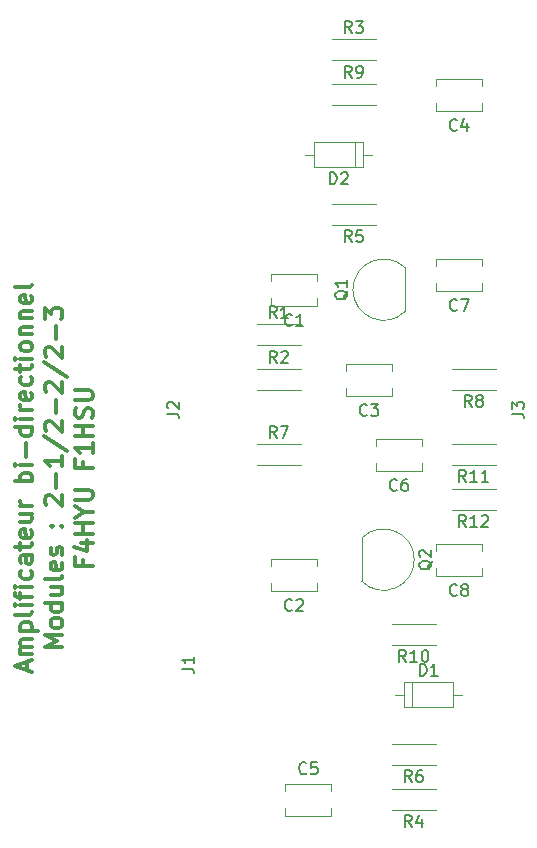
<source format=gbr>
G04 #@! TF.FileFunction,Legend,Top*
%FSLAX46Y46*%
G04 Gerber Fmt 4.6, Leading zero omitted, Abs format (unit mm)*
G04 Created by KiCad (PCBNEW 4.0.7) date 02/19/18 19:04:24*
%MOMM*%
%LPD*%
G01*
G04 APERTURE LIST*
%ADD10C,0.100000*%
%ADD11C,0.300000*%
%ADD12C,0.120000*%
%ADD13C,0.150000*%
G04 APERTURE END LIST*
D10*
D11*
X72700000Y-131285714D02*
X72700000Y-130571428D01*
X73128571Y-131428571D02*
X71628571Y-130928571D01*
X73128571Y-130428571D01*
X73128571Y-129928571D02*
X72128571Y-129928571D01*
X72271429Y-129928571D02*
X72200000Y-129857143D01*
X72128571Y-129714285D01*
X72128571Y-129500000D01*
X72200000Y-129357143D01*
X72342857Y-129285714D01*
X73128571Y-129285714D01*
X72342857Y-129285714D02*
X72200000Y-129214285D01*
X72128571Y-129071428D01*
X72128571Y-128857143D01*
X72200000Y-128714285D01*
X72342857Y-128642857D01*
X73128571Y-128642857D01*
X72128571Y-127928571D02*
X73628571Y-127928571D01*
X72200000Y-127928571D02*
X72128571Y-127785714D01*
X72128571Y-127500000D01*
X72200000Y-127357143D01*
X72271429Y-127285714D01*
X72414286Y-127214285D01*
X72842857Y-127214285D01*
X72985714Y-127285714D01*
X73057143Y-127357143D01*
X73128571Y-127500000D01*
X73128571Y-127785714D01*
X73057143Y-127928571D01*
X73128571Y-126357142D02*
X73057143Y-126500000D01*
X72914286Y-126571428D01*
X71628571Y-126571428D01*
X73128571Y-125785714D02*
X72128571Y-125785714D01*
X71628571Y-125785714D02*
X71700000Y-125857143D01*
X71771429Y-125785714D01*
X71700000Y-125714286D01*
X71628571Y-125785714D01*
X71771429Y-125785714D01*
X72128571Y-125285714D02*
X72128571Y-124714285D01*
X73128571Y-125071428D02*
X71842857Y-125071428D01*
X71700000Y-125000000D01*
X71628571Y-124857142D01*
X71628571Y-124714285D01*
X73128571Y-124214285D02*
X72128571Y-124214285D01*
X71628571Y-124214285D02*
X71700000Y-124285714D01*
X71771429Y-124214285D01*
X71700000Y-124142857D01*
X71628571Y-124214285D01*
X71771429Y-124214285D01*
X73057143Y-122857142D02*
X73128571Y-122999999D01*
X73128571Y-123285713D01*
X73057143Y-123428571D01*
X72985714Y-123499999D01*
X72842857Y-123571428D01*
X72414286Y-123571428D01*
X72271429Y-123499999D01*
X72200000Y-123428571D01*
X72128571Y-123285713D01*
X72128571Y-122999999D01*
X72200000Y-122857142D01*
X73128571Y-121571428D02*
X72342857Y-121571428D01*
X72200000Y-121642857D01*
X72128571Y-121785714D01*
X72128571Y-122071428D01*
X72200000Y-122214285D01*
X73057143Y-121571428D02*
X73128571Y-121714285D01*
X73128571Y-122071428D01*
X73057143Y-122214285D01*
X72914286Y-122285714D01*
X72771429Y-122285714D01*
X72628571Y-122214285D01*
X72557143Y-122071428D01*
X72557143Y-121714285D01*
X72485714Y-121571428D01*
X72128571Y-121071428D02*
X72128571Y-120499999D01*
X71628571Y-120857142D02*
X72914286Y-120857142D01*
X73057143Y-120785714D01*
X73128571Y-120642856D01*
X73128571Y-120499999D01*
X73057143Y-119428571D02*
X73128571Y-119571428D01*
X73128571Y-119857142D01*
X73057143Y-119999999D01*
X72914286Y-120071428D01*
X72342857Y-120071428D01*
X72200000Y-119999999D01*
X72128571Y-119857142D01*
X72128571Y-119571428D01*
X72200000Y-119428571D01*
X72342857Y-119357142D01*
X72485714Y-119357142D01*
X72628571Y-120071428D01*
X72128571Y-118071428D02*
X73128571Y-118071428D01*
X72128571Y-118714285D02*
X72914286Y-118714285D01*
X73057143Y-118642857D01*
X73128571Y-118499999D01*
X73128571Y-118285714D01*
X73057143Y-118142857D01*
X72985714Y-118071428D01*
X73128571Y-117357142D02*
X72128571Y-117357142D01*
X72414286Y-117357142D02*
X72271429Y-117285714D01*
X72200000Y-117214285D01*
X72128571Y-117071428D01*
X72128571Y-116928571D01*
X73128571Y-115285714D02*
X71628571Y-115285714D01*
X72200000Y-115285714D02*
X72128571Y-115142857D01*
X72128571Y-114857143D01*
X72200000Y-114714286D01*
X72271429Y-114642857D01*
X72414286Y-114571428D01*
X72842857Y-114571428D01*
X72985714Y-114642857D01*
X73057143Y-114714286D01*
X73128571Y-114857143D01*
X73128571Y-115142857D01*
X73057143Y-115285714D01*
X73128571Y-113928571D02*
X72128571Y-113928571D01*
X71628571Y-113928571D02*
X71700000Y-114000000D01*
X71771429Y-113928571D01*
X71700000Y-113857143D01*
X71628571Y-113928571D01*
X71771429Y-113928571D01*
X72557143Y-113214285D02*
X72557143Y-112071428D01*
X73128571Y-110714285D02*
X71628571Y-110714285D01*
X73057143Y-110714285D02*
X73128571Y-110857142D01*
X73128571Y-111142856D01*
X73057143Y-111285714D01*
X72985714Y-111357142D01*
X72842857Y-111428571D01*
X72414286Y-111428571D01*
X72271429Y-111357142D01*
X72200000Y-111285714D01*
X72128571Y-111142856D01*
X72128571Y-110857142D01*
X72200000Y-110714285D01*
X73128571Y-109999999D02*
X72128571Y-109999999D01*
X71628571Y-109999999D02*
X71700000Y-110071428D01*
X71771429Y-109999999D01*
X71700000Y-109928571D01*
X71628571Y-109999999D01*
X71771429Y-109999999D01*
X73128571Y-109285713D02*
X72128571Y-109285713D01*
X72414286Y-109285713D02*
X72271429Y-109214285D01*
X72200000Y-109142856D01*
X72128571Y-108999999D01*
X72128571Y-108857142D01*
X73057143Y-107785714D02*
X73128571Y-107928571D01*
X73128571Y-108214285D01*
X73057143Y-108357142D01*
X72914286Y-108428571D01*
X72342857Y-108428571D01*
X72200000Y-108357142D01*
X72128571Y-108214285D01*
X72128571Y-107928571D01*
X72200000Y-107785714D01*
X72342857Y-107714285D01*
X72485714Y-107714285D01*
X72628571Y-108428571D01*
X73057143Y-106428571D02*
X73128571Y-106571428D01*
X73128571Y-106857142D01*
X73057143Y-107000000D01*
X72985714Y-107071428D01*
X72842857Y-107142857D01*
X72414286Y-107142857D01*
X72271429Y-107071428D01*
X72200000Y-107000000D01*
X72128571Y-106857142D01*
X72128571Y-106571428D01*
X72200000Y-106428571D01*
X72128571Y-106000000D02*
X72128571Y-105428571D01*
X71628571Y-105785714D02*
X72914286Y-105785714D01*
X73057143Y-105714286D01*
X73128571Y-105571428D01*
X73128571Y-105428571D01*
X73128571Y-104928571D02*
X72128571Y-104928571D01*
X71628571Y-104928571D02*
X71700000Y-105000000D01*
X71771429Y-104928571D01*
X71700000Y-104857143D01*
X71628571Y-104928571D01*
X71771429Y-104928571D01*
X73128571Y-103999999D02*
X73057143Y-104142857D01*
X72985714Y-104214285D01*
X72842857Y-104285714D01*
X72414286Y-104285714D01*
X72271429Y-104214285D01*
X72200000Y-104142857D01*
X72128571Y-103999999D01*
X72128571Y-103785714D01*
X72200000Y-103642857D01*
X72271429Y-103571428D01*
X72414286Y-103499999D01*
X72842857Y-103499999D01*
X72985714Y-103571428D01*
X73057143Y-103642857D01*
X73128571Y-103785714D01*
X73128571Y-103999999D01*
X72128571Y-102857142D02*
X73128571Y-102857142D01*
X72271429Y-102857142D02*
X72200000Y-102785714D01*
X72128571Y-102642856D01*
X72128571Y-102428571D01*
X72200000Y-102285714D01*
X72342857Y-102214285D01*
X73128571Y-102214285D01*
X72128571Y-101499999D02*
X73128571Y-101499999D01*
X72271429Y-101499999D02*
X72200000Y-101428571D01*
X72128571Y-101285713D01*
X72128571Y-101071428D01*
X72200000Y-100928571D01*
X72342857Y-100857142D01*
X73128571Y-100857142D01*
X73057143Y-99571428D02*
X73128571Y-99714285D01*
X73128571Y-99999999D01*
X73057143Y-100142856D01*
X72914286Y-100214285D01*
X72342857Y-100214285D01*
X72200000Y-100142856D01*
X72128571Y-99999999D01*
X72128571Y-99714285D01*
X72200000Y-99571428D01*
X72342857Y-99499999D01*
X72485714Y-99499999D01*
X72628571Y-100214285D01*
X73128571Y-98642856D02*
X73057143Y-98785714D01*
X72914286Y-98857142D01*
X71628571Y-98857142D01*
X75678571Y-129321428D02*
X74178571Y-129321428D01*
X75250000Y-128821428D01*
X74178571Y-128321428D01*
X75678571Y-128321428D01*
X75678571Y-127392856D02*
X75607143Y-127535714D01*
X75535714Y-127607142D01*
X75392857Y-127678571D01*
X74964286Y-127678571D01*
X74821429Y-127607142D01*
X74750000Y-127535714D01*
X74678571Y-127392856D01*
X74678571Y-127178571D01*
X74750000Y-127035714D01*
X74821429Y-126964285D01*
X74964286Y-126892856D01*
X75392857Y-126892856D01*
X75535714Y-126964285D01*
X75607143Y-127035714D01*
X75678571Y-127178571D01*
X75678571Y-127392856D01*
X75678571Y-125607142D02*
X74178571Y-125607142D01*
X75607143Y-125607142D02*
X75678571Y-125749999D01*
X75678571Y-126035713D01*
X75607143Y-126178571D01*
X75535714Y-126249999D01*
X75392857Y-126321428D01*
X74964286Y-126321428D01*
X74821429Y-126249999D01*
X74750000Y-126178571D01*
X74678571Y-126035713D01*
X74678571Y-125749999D01*
X74750000Y-125607142D01*
X74678571Y-124249999D02*
X75678571Y-124249999D01*
X74678571Y-124892856D02*
X75464286Y-124892856D01*
X75607143Y-124821428D01*
X75678571Y-124678570D01*
X75678571Y-124464285D01*
X75607143Y-124321428D01*
X75535714Y-124249999D01*
X75678571Y-123321427D02*
X75607143Y-123464285D01*
X75464286Y-123535713D01*
X74178571Y-123535713D01*
X75607143Y-122178571D02*
X75678571Y-122321428D01*
X75678571Y-122607142D01*
X75607143Y-122749999D01*
X75464286Y-122821428D01*
X74892857Y-122821428D01*
X74750000Y-122749999D01*
X74678571Y-122607142D01*
X74678571Y-122321428D01*
X74750000Y-122178571D01*
X74892857Y-122107142D01*
X75035714Y-122107142D01*
X75178571Y-122821428D01*
X75607143Y-121535714D02*
X75678571Y-121392857D01*
X75678571Y-121107142D01*
X75607143Y-120964285D01*
X75464286Y-120892857D01*
X75392857Y-120892857D01*
X75250000Y-120964285D01*
X75178571Y-121107142D01*
X75178571Y-121321428D01*
X75107143Y-121464285D01*
X74964286Y-121535714D01*
X74892857Y-121535714D01*
X74750000Y-121464285D01*
X74678571Y-121321428D01*
X74678571Y-121107142D01*
X74750000Y-120964285D01*
X75535714Y-119107142D02*
X75607143Y-119035714D01*
X75678571Y-119107142D01*
X75607143Y-119178571D01*
X75535714Y-119107142D01*
X75678571Y-119107142D01*
X74750000Y-119107142D02*
X74821429Y-119035714D01*
X74892857Y-119107142D01*
X74821429Y-119178571D01*
X74750000Y-119107142D01*
X74892857Y-119107142D01*
X74321429Y-117321428D02*
X74250000Y-117249999D01*
X74178571Y-117107142D01*
X74178571Y-116749999D01*
X74250000Y-116607142D01*
X74321429Y-116535713D01*
X74464286Y-116464285D01*
X74607143Y-116464285D01*
X74821429Y-116535713D01*
X75678571Y-117392856D01*
X75678571Y-116464285D01*
X75107143Y-115821428D02*
X75107143Y-114678571D01*
X75678571Y-113178571D02*
X75678571Y-114035714D01*
X75678571Y-113607142D02*
X74178571Y-113607142D01*
X74392857Y-113749999D01*
X74535714Y-113892857D01*
X74607143Y-114035714D01*
X74107143Y-111464286D02*
X76035714Y-112750000D01*
X74321429Y-111035714D02*
X74250000Y-110964285D01*
X74178571Y-110821428D01*
X74178571Y-110464285D01*
X74250000Y-110321428D01*
X74321429Y-110249999D01*
X74464286Y-110178571D01*
X74607143Y-110178571D01*
X74821429Y-110249999D01*
X75678571Y-111107142D01*
X75678571Y-110178571D01*
X75107143Y-109535714D02*
X75107143Y-108392857D01*
X74321429Y-107750000D02*
X74250000Y-107678571D01*
X74178571Y-107535714D01*
X74178571Y-107178571D01*
X74250000Y-107035714D01*
X74321429Y-106964285D01*
X74464286Y-106892857D01*
X74607143Y-106892857D01*
X74821429Y-106964285D01*
X75678571Y-107821428D01*
X75678571Y-106892857D01*
X74107143Y-105178572D02*
X76035714Y-106464286D01*
X74321429Y-104750000D02*
X74250000Y-104678571D01*
X74178571Y-104535714D01*
X74178571Y-104178571D01*
X74250000Y-104035714D01*
X74321429Y-103964285D01*
X74464286Y-103892857D01*
X74607143Y-103892857D01*
X74821429Y-103964285D01*
X75678571Y-104821428D01*
X75678571Y-103892857D01*
X75107143Y-103250000D02*
X75107143Y-102107143D01*
X74178571Y-101535714D02*
X74178571Y-100607143D01*
X74750000Y-101107143D01*
X74750000Y-100892857D01*
X74821429Y-100750000D01*
X74892857Y-100678571D01*
X75035714Y-100607143D01*
X75392857Y-100607143D01*
X75535714Y-100678571D01*
X75607143Y-100750000D01*
X75678571Y-100892857D01*
X75678571Y-101321429D01*
X75607143Y-101464286D01*
X75535714Y-101535714D01*
X77442857Y-121928571D02*
X77442857Y-122428571D01*
X78228571Y-122428571D02*
X76728571Y-122428571D01*
X76728571Y-121714285D01*
X77228571Y-120500000D02*
X78228571Y-120500000D01*
X76657143Y-120857143D02*
X77728571Y-121214286D01*
X77728571Y-120285714D01*
X78228571Y-119714286D02*
X76728571Y-119714286D01*
X77442857Y-119714286D02*
X77442857Y-118857143D01*
X78228571Y-118857143D02*
X76728571Y-118857143D01*
X77514286Y-117857143D02*
X78228571Y-117857143D01*
X76728571Y-118357143D02*
X77514286Y-117857143D01*
X76728571Y-117357143D01*
X76728571Y-116857143D02*
X77942857Y-116857143D01*
X78085714Y-116785715D01*
X78157143Y-116714286D01*
X78228571Y-116571429D01*
X78228571Y-116285715D01*
X78157143Y-116142857D01*
X78085714Y-116071429D01*
X77942857Y-116000000D01*
X76728571Y-116000000D01*
X77442857Y-113642857D02*
X77442857Y-114142857D01*
X78228571Y-114142857D02*
X76728571Y-114142857D01*
X76728571Y-113428571D01*
X78228571Y-112071429D02*
X78228571Y-112928572D01*
X78228571Y-112500000D02*
X76728571Y-112500000D01*
X76942857Y-112642857D01*
X77085714Y-112785715D01*
X77157143Y-112928572D01*
X78228571Y-111428572D02*
X76728571Y-111428572D01*
X77442857Y-111428572D02*
X77442857Y-110571429D01*
X78228571Y-110571429D02*
X76728571Y-110571429D01*
X78157143Y-109928572D02*
X78228571Y-109714286D01*
X78228571Y-109357143D01*
X78157143Y-109214286D01*
X78085714Y-109142857D01*
X77942857Y-109071429D01*
X77800000Y-109071429D01*
X77657143Y-109142857D01*
X77585714Y-109214286D01*
X77514286Y-109357143D01*
X77442857Y-109642857D01*
X77371429Y-109785715D01*
X77300000Y-109857143D01*
X77157143Y-109928572D01*
X77014286Y-109928572D01*
X76871429Y-109857143D01*
X76800000Y-109785715D01*
X76728571Y-109642857D01*
X76728571Y-109285715D01*
X76800000Y-109071429D01*
X76728571Y-108428572D02*
X77942857Y-108428572D01*
X78085714Y-108357144D01*
X78157143Y-108285715D01*
X78228571Y-108142858D01*
X78228571Y-107857144D01*
X78157143Y-107714286D01*
X78085714Y-107642858D01*
X77942857Y-107571429D01*
X76728571Y-107571429D01*
D12*
X97230000Y-100420000D02*
X93310000Y-100420000D01*
X97230000Y-97700000D02*
X93310000Y-97700000D01*
X97230000Y-100420000D02*
X97230000Y-99810000D01*
X97230000Y-98310000D02*
X97230000Y-97700000D01*
X93310000Y-100420000D02*
X93310000Y-99810000D01*
X93310000Y-98310000D02*
X93310000Y-97700000D01*
X97230000Y-124550000D02*
X93310000Y-124550000D01*
X97230000Y-121830000D02*
X93310000Y-121830000D01*
X97230000Y-124550000D02*
X97230000Y-123940000D01*
X97230000Y-122440000D02*
X97230000Y-121830000D01*
X93310000Y-124550000D02*
X93310000Y-123940000D01*
X93310000Y-122440000D02*
X93310000Y-121830000D01*
X103580000Y-108040000D02*
X99660000Y-108040000D01*
X103580000Y-105320000D02*
X99660000Y-105320000D01*
X103580000Y-108040000D02*
X103580000Y-107430000D01*
X103580000Y-105930000D02*
X103580000Y-105320000D01*
X99660000Y-108040000D02*
X99660000Y-107430000D01*
X99660000Y-105930000D02*
X99660000Y-105320000D01*
X111200000Y-83910000D02*
X107280000Y-83910000D01*
X111200000Y-81190000D02*
X107280000Y-81190000D01*
X111200000Y-83910000D02*
X111200000Y-83300000D01*
X111200000Y-81800000D02*
X111200000Y-81190000D01*
X107280000Y-83910000D02*
X107280000Y-83300000D01*
X107280000Y-81800000D02*
X107280000Y-81190000D01*
X94540000Y-140880000D02*
X98460000Y-140880000D01*
X94540000Y-143600000D02*
X98460000Y-143600000D01*
X94540000Y-140880000D02*
X94540000Y-141490000D01*
X94540000Y-142990000D02*
X94540000Y-143600000D01*
X98460000Y-140880000D02*
X98460000Y-141490000D01*
X98460000Y-142990000D02*
X98460000Y-143600000D01*
X106120000Y-114390000D02*
X102200000Y-114390000D01*
X106120000Y-111670000D02*
X102200000Y-111670000D01*
X106120000Y-114390000D02*
X106120000Y-113780000D01*
X106120000Y-112280000D02*
X106120000Y-111670000D01*
X102200000Y-114390000D02*
X102200000Y-113780000D01*
X102200000Y-112280000D02*
X102200000Y-111670000D01*
X111200000Y-99150000D02*
X107280000Y-99150000D01*
X111200000Y-96430000D02*
X107280000Y-96430000D01*
X111200000Y-99150000D02*
X111200000Y-98540000D01*
X111200000Y-97040000D02*
X111200000Y-96430000D01*
X107280000Y-99150000D02*
X107280000Y-98540000D01*
X107280000Y-97040000D02*
X107280000Y-96430000D01*
X111200000Y-123280000D02*
X107280000Y-123280000D01*
X111200000Y-120560000D02*
X107280000Y-120560000D01*
X111200000Y-123280000D02*
X111200000Y-122670000D01*
X111200000Y-121170000D02*
X111200000Y-120560000D01*
X107280000Y-123280000D02*
X107280000Y-122670000D01*
X107280000Y-121170000D02*
X107280000Y-120560000D01*
X104620000Y-132290000D02*
X104620000Y-134410000D01*
X104620000Y-134410000D02*
X108740000Y-134410000D01*
X108740000Y-134410000D02*
X108740000Y-132290000D01*
X108740000Y-132290000D02*
X104620000Y-132290000D01*
X103850000Y-133350000D02*
X104620000Y-133350000D01*
X109510000Y-133350000D02*
X108740000Y-133350000D01*
X105280000Y-132290000D02*
X105280000Y-134410000D01*
X101120000Y-88690000D02*
X101120000Y-86570000D01*
X101120000Y-86570000D02*
X97000000Y-86570000D01*
X97000000Y-86570000D02*
X97000000Y-88690000D01*
X97000000Y-88690000D02*
X101120000Y-88690000D01*
X101890000Y-87630000D02*
X101120000Y-87630000D01*
X96230000Y-87630000D02*
X97000000Y-87630000D01*
X100460000Y-88690000D02*
X100460000Y-86570000D01*
X104720000Y-100860000D02*
X104720000Y-97260000D01*
X104708478Y-100898478D02*
G75*
G02X100270000Y-99060000I-1838478J1838478D01*
G01*
X104708478Y-97221522D02*
G75*
G03X100270000Y-99060000I-1838478J-1838478D01*
G01*
X101020000Y-120120000D02*
X101020000Y-123720000D01*
X101031522Y-120081522D02*
G75*
G02X105470000Y-121920000I1838478J-1838478D01*
G01*
X101031522Y-123758478D02*
G75*
G03X105470000Y-121920000I1838478J1838478D01*
G01*
X92120000Y-102010000D02*
X95840000Y-102010000D01*
X92120000Y-103730000D02*
X95840000Y-103730000D01*
X92120000Y-105820000D02*
X95840000Y-105820000D01*
X92120000Y-107540000D02*
X95840000Y-107540000D01*
X98470000Y-77880000D02*
X102190000Y-77880000D01*
X98470000Y-79600000D02*
X102190000Y-79600000D01*
X107270000Y-143100000D02*
X103550000Y-143100000D01*
X107270000Y-141380000D02*
X103550000Y-141380000D01*
X102190000Y-93570000D02*
X98470000Y-93570000D01*
X102190000Y-91850000D02*
X98470000Y-91850000D01*
X107270000Y-139290000D02*
X103550000Y-139290000D01*
X107270000Y-137570000D02*
X103550000Y-137570000D01*
X92120000Y-112170000D02*
X95840000Y-112170000D01*
X92120000Y-113890000D02*
X95840000Y-113890000D01*
X112350000Y-107540000D02*
X108630000Y-107540000D01*
X112350000Y-105820000D02*
X108630000Y-105820000D01*
X98470000Y-81690000D02*
X102190000Y-81690000D01*
X98470000Y-83410000D02*
X102190000Y-83410000D01*
X107270000Y-129130000D02*
X103550000Y-129130000D01*
X107270000Y-127410000D02*
X103550000Y-127410000D01*
X112350000Y-113890000D02*
X108630000Y-113890000D01*
X112350000Y-112170000D02*
X108630000Y-112170000D01*
X112350000Y-117700000D02*
X108630000Y-117700000D01*
X112350000Y-115980000D02*
X108630000Y-115980000D01*
D13*
X95103334Y-102027143D02*
X95055715Y-102074762D01*
X94912858Y-102122381D01*
X94817620Y-102122381D01*
X94674762Y-102074762D01*
X94579524Y-101979524D01*
X94531905Y-101884286D01*
X94484286Y-101693810D01*
X94484286Y-101550952D01*
X94531905Y-101360476D01*
X94579524Y-101265238D01*
X94674762Y-101170000D01*
X94817620Y-101122381D01*
X94912858Y-101122381D01*
X95055715Y-101170000D01*
X95103334Y-101217619D01*
X96055715Y-102122381D02*
X95484286Y-102122381D01*
X95770000Y-102122381D02*
X95770000Y-101122381D01*
X95674762Y-101265238D01*
X95579524Y-101360476D01*
X95484286Y-101408095D01*
X95103334Y-126157143D02*
X95055715Y-126204762D01*
X94912858Y-126252381D01*
X94817620Y-126252381D01*
X94674762Y-126204762D01*
X94579524Y-126109524D01*
X94531905Y-126014286D01*
X94484286Y-125823810D01*
X94484286Y-125680952D01*
X94531905Y-125490476D01*
X94579524Y-125395238D01*
X94674762Y-125300000D01*
X94817620Y-125252381D01*
X94912858Y-125252381D01*
X95055715Y-125300000D01*
X95103334Y-125347619D01*
X95484286Y-125347619D02*
X95531905Y-125300000D01*
X95627143Y-125252381D01*
X95865239Y-125252381D01*
X95960477Y-125300000D01*
X96008096Y-125347619D01*
X96055715Y-125442857D01*
X96055715Y-125538095D01*
X96008096Y-125680952D01*
X95436667Y-126252381D01*
X96055715Y-126252381D01*
X101453334Y-109647143D02*
X101405715Y-109694762D01*
X101262858Y-109742381D01*
X101167620Y-109742381D01*
X101024762Y-109694762D01*
X100929524Y-109599524D01*
X100881905Y-109504286D01*
X100834286Y-109313810D01*
X100834286Y-109170952D01*
X100881905Y-108980476D01*
X100929524Y-108885238D01*
X101024762Y-108790000D01*
X101167620Y-108742381D01*
X101262858Y-108742381D01*
X101405715Y-108790000D01*
X101453334Y-108837619D01*
X101786667Y-108742381D02*
X102405715Y-108742381D01*
X102072381Y-109123333D01*
X102215239Y-109123333D01*
X102310477Y-109170952D01*
X102358096Y-109218571D01*
X102405715Y-109313810D01*
X102405715Y-109551905D01*
X102358096Y-109647143D01*
X102310477Y-109694762D01*
X102215239Y-109742381D01*
X101929524Y-109742381D01*
X101834286Y-109694762D01*
X101786667Y-109647143D01*
X109073334Y-85517143D02*
X109025715Y-85564762D01*
X108882858Y-85612381D01*
X108787620Y-85612381D01*
X108644762Y-85564762D01*
X108549524Y-85469524D01*
X108501905Y-85374286D01*
X108454286Y-85183810D01*
X108454286Y-85040952D01*
X108501905Y-84850476D01*
X108549524Y-84755238D01*
X108644762Y-84660000D01*
X108787620Y-84612381D01*
X108882858Y-84612381D01*
X109025715Y-84660000D01*
X109073334Y-84707619D01*
X109930477Y-84945714D02*
X109930477Y-85612381D01*
X109692381Y-84564762D02*
X109454286Y-85279048D01*
X110073334Y-85279048D01*
X96333334Y-139987143D02*
X96285715Y-140034762D01*
X96142858Y-140082381D01*
X96047620Y-140082381D01*
X95904762Y-140034762D01*
X95809524Y-139939524D01*
X95761905Y-139844286D01*
X95714286Y-139653810D01*
X95714286Y-139510952D01*
X95761905Y-139320476D01*
X95809524Y-139225238D01*
X95904762Y-139130000D01*
X96047620Y-139082381D01*
X96142858Y-139082381D01*
X96285715Y-139130000D01*
X96333334Y-139177619D01*
X97238096Y-139082381D02*
X96761905Y-139082381D01*
X96714286Y-139558571D01*
X96761905Y-139510952D01*
X96857143Y-139463333D01*
X97095239Y-139463333D01*
X97190477Y-139510952D01*
X97238096Y-139558571D01*
X97285715Y-139653810D01*
X97285715Y-139891905D01*
X97238096Y-139987143D01*
X97190477Y-140034762D01*
X97095239Y-140082381D01*
X96857143Y-140082381D01*
X96761905Y-140034762D01*
X96714286Y-139987143D01*
X103993334Y-115997143D02*
X103945715Y-116044762D01*
X103802858Y-116092381D01*
X103707620Y-116092381D01*
X103564762Y-116044762D01*
X103469524Y-115949524D01*
X103421905Y-115854286D01*
X103374286Y-115663810D01*
X103374286Y-115520952D01*
X103421905Y-115330476D01*
X103469524Y-115235238D01*
X103564762Y-115140000D01*
X103707620Y-115092381D01*
X103802858Y-115092381D01*
X103945715Y-115140000D01*
X103993334Y-115187619D01*
X104850477Y-115092381D02*
X104660000Y-115092381D01*
X104564762Y-115140000D01*
X104517143Y-115187619D01*
X104421905Y-115330476D01*
X104374286Y-115520952D01*
X104374286Y-115901905D01*
X104421905Y-115997143D01*
X104469524Y-116044762D01*
X104564762Y-116092381D01*
X104755239Y-116092381D01*
X104850477Y-116044762D01*
X104898096Y-115997143D01*
X104945715Y-115901905D01*
X104945715Y-115663810D01*
X104898096Y-115568571D01*
X104850477Y-115520952D01*
X104755239Y-115473333D01*
X104564762Y-115473333D01*
X104469524Y-115520952D01*
X104421905Y-115568571D01*
X104374286Y-115663810D01*
X109073334Y-100757143D02*
X109025715Y-100804762D01*
X108882858Y-100852381D01*
X108787620Y-100852381D01*
X108644762Y-100804762D01*
X108549524Y-100709524D01*
X108501905Y-100614286D01*
X108454286Y-100423810D01*
X108454286Y-100280952D01*
X108501905Y-100090476D01*
X108549524Y-99995238D01*
X108644762Y-99900000D01*
X108787620Y-99852381D01*
X108882858Y-99852381D01*
X109025715Y-99900000D01*
X109073334Y-99947619D01*
X109406667Y-99852381D02*
X110073334Y-99852381D01*
X109644762Y-100852381D01*
X109073334Y-124887143D02*
X109025715Y-124934762D01*
X108882858Y-124982381D01*
X108787620Y-124982381D01*
X108644762Y-124934762D01*
X108549524Y-124839524D01*
X108501905Y-124744286D01*
X108454286Y-124553810D01*
X108454286Y-124410952D01*
X108501905Y-124220476D01*
X108549524Y-124125238D01*
X108644762Y-124030000D01*
X108787620Y-123982381D01*
X108882858Y-123982381D01*
X109025715Y-124030000D01*
X109073334Y-124077619D01*
X109644762Y-124410952D02*
X109549524Y-124363333D01*
X109501905Y-124315714D01*
X109454286Y-124220476D01*
X109454286Y-124172857D01*
X109501905Y-124077619D01*
X109549524Y-124030000D01*
X109644762Y-123982381D01*
X109835239Y-123982381D01*
X109930477Y-124030000D01*
X109978096Y-124077619D01*
X110025715Y-124172857D01*
X110025715Y-124220476D01*
X109978096Y-124315714D01*
X109930477Y-124363333D01*
X109835239Y-124410952D01*
X109644762Y-124410952D01*
X109549524Y-124458571D01*
X109501905Y-124506190D01*
X109454286Y-124601429D01*
X109454286Y-124791905D01*
X109501905Y-124887143D01*
X109549524Y-124934762D01*
X109644762Y-124982381D01*
X109835239Y-124982381D01*
X109930477Y-124934762D01*
X109978096Y-124887143D01*
X110025715Y-124791905D01*
X110025715Y-124601429D01*
X109978096Y-124506190D01*
X109930477Y-124458571D01*
X109835239Y-124410952D01*
X105941905Y-131742381D02*
X105941905Y-130742381D01*
X106180000Y-130742381D01*
X106322858Y-130790000D01*
X106418096Y-130885238D01*
X106465715Y-130980476D01*
X106513334Y-131170952D01*
X106513334Y-131313810D01*
X106465715Y-131504286D01*
X106418096Y-131599524D01*
X106322858Y-131694762D01*
X106180000Y-131742381D01*
X105941905Y-131742381D01*
X107465715Y-131742381D02*
X106894286Y-131742381D01*
X107180000Y-131742381D02*
X107180000Y-130742381D01*
X107084762Y-130885238D01*
X106989524Y-130980476D01*
X106894286Y-131028095D01*
X98321905Y-90142381D02*
X98321905Y-89142381D01*
X98560000Y-89142381D01*
X98702858Y-89190000D01*
X98798096Y-89285238D01*
X98845715Y-89380476D01*
X98893334Y-89570952D01*
X98893334Y-89713810D01*
X98845715Y-89904286D01*
X98798096Y-89999524D01*
X98702858Y-90094762D01*
X98560000Y-90142381D01*
X98321905Y-90142381D01*
X99274286Y-89237619D02*
X99321905Y-89190000D01*
X99417143Y-89142381D01*
X99655239Y-89142381D01*
X99750477Y-89190000D01*
X99798096Y-89237619D01*
X99845715Y-89332857D01*
X99845715Y-89428095D01*
X99798096Y-89570952D01*
X99226667Y-90142381D01*
X99845715Y-90142381D01*
X85812381Y-131143333D02*
X86526667Y-131143333D01*
X86669524Y-131190953D01*
X86764762Y-131286191D01*
X86812381Y-131429048D01*
X86812381Y-131524286D01*
X86812381Y-130143333D02*
X86812381Y-130714762D01*
X86812381Y-130429048D02*
X85812381Y-130429048D01*
X85955238Y-130524286D01*
X86050476Y-130619524D01*
X86098095Y-130714762D01*
X84542381Y-109553333D02*
X85256667Y-109553333D01*
X85399524Y-109600953D01*
X85494762Y-109696191D01*
X85542381Y-109839048D01*
X85542381Y-109934286D01*
X84637619Y-109124762D02*
X84590000Y-109077143D01*
X84542381Y-108981905D01*
X84542381Y-108743809D01*
X84590000Y-108648571D01*
X84637619Y-108600952D01*
X84732857Y-108553333D01*
X84828095Y-108553333D01*
X84970952Y-108600952D01*
X85542381Y-109172381D01*
X85542381Y-108553333D01*
X113752381Y-109553333D02*
X114466667Y-109553333D01*
X114609524Y-109600953D01*
X114704762Y-109696191D01*
X114752381Y-109839048D01*
X114752381Y-109934286D01*
X113752381Y-109172381D02*
X113752381Y-108553333D01*
X114133333Y-108886667D01*
X114133333Y-108743809D01*
X114180952Y-108648571D01*
X114228571Y-108600952D01*
X114323810Y-108553333D01*
X114561905Y-108553333D01*
X114657143Y-108600952D01*
X114704762Y-108648571D01*
X114752381Y-108743809D01*
X114752381Y-109029524D01*
X114704762Y-109124762D01*
X114657143Y-109172381D01*
X99857619Y-99155238D02*
X99810000Y-99250476D01*
X99714762Y-99345714D01*
X99571905Y-99488571D01*
X99524286Y-99583810D01*
X99524286Y-99679048D01*
X99762381Y-99631429D02*
X99714762Y-99726667D01*
X99619524Y-99821905D01*
X99429048Y-99869524D01*
X99095714Y-99869524D01*
X98905238Y-99821905D01*
X98810000Y-99726667D01*
X98762381Y-99631429D01*
X98762381Y-99440952D01*
X98810000Y-99345714D01*
X98905238Y-99250476D01*
X99095714Y-99202857D01*
X99429048Y-99202857D01*
X99619524Y-99250476D01*
X99714762Y-99345714D01*
X99762381Y-99440952D01*
X99762381Y-99631429D01*
X99762381Y-98250476D02*
X99762381Y-98821905D01*
X99762381Y-98536191D02*
X98762381Y-98536191D01*
X98905238Y-98631429D01*
X99000476Y-98726667D01*
X99048095Y-98821905D01*
X106977619Y-122015238D02*
X106930000Y-122110476D01*
X106834762Y-122205714D01*
X106691905Y-122348571D01*
X106644286Y-122443810D01*
X106644286Y-122539048D01*
X106882381Y-122491429D02*
X106834762Y-122586667D01*
X106739524Y-122681905D01*
X106549048Y-122729524D01*
X106215714Y-122729524D01*
X106025238Y-122681905D01*
X105930000Y-122586667D01*
X105882381Y-122491429D01*
X105882381Y-122300952D01*
X105930000Y-122205714D01*
X106025238Y-122110476D01*
X106215714Y-122062857D01*
X106549048Y-122062857D01*
X106739524Y-122110476D01*
X106834762Y-122205714D01*
X106882381Y-122300952D01*
X106882381Y-122491429D01*
X105977619Y-121681905D02*
X105930000Y-121634286D01*
X105882381Y-121539048D01*
X105882381Y-121300952D01*
X105930000Y-121205714D01*
X105977619Y-121158095D01*
X106072857Y-121110476D01*
X106168095Y-121110476D01*
X106310952Y-121158095D01*
X106882381Y-121729524D01*
X106882381Y-121110476D01*
X93813334Y-101462381D02*
X93480000Y-100986190D01*
X93241905Y-101462381D02*
X93241905Y-100462381D01*
X93622858Y-100462381D01*
X93718096Y-100510000D01*
X93765715Y-100557619D01*
X93813334Y-100652857D01*
X93813334Y-100795714D01*
X93765715Y-100890952D01*
X93718096Y-100938571D01*
X93622858Y-100986190D01*
X93241905Y-100986190D01*
X94765715Y-101462381D02*
X94194286Y-101462381D01*
X94480000Y-101462381D02*
X94480000Y-100462381D01*
X94384762Y-100605238D01*
X94289524Y-100700476D01*
X94194286Y-100748095D01*
X93813334Y-105272381D02*
X93480000Y-104796190D01*
X93241905Y-105272381D02*
X93241905Y-104272381D01*
X93622858Y-104272381D01*
X93718096Y-104320000D01*
X93765715Y-104367619D01*
X93813334Y-104462857D01*
X93813334Y-104605714D01*
X93765715Y-104700952D01*
X93718096Y-104748571D01*
X93622858Y-104796190D01*
X93241905Y-104796190D01*
X94194286Y-104367619D02*
X94241905Y-104320000D01*
X94337143Y-104272381D01*
X94575239Y-104272381D01*
X94670477Y-104320000D01*
X94718096Y-104367619D01*
X94765715Y-104462857D01*
X94765715Y-104558095D01*
X94718096Y-104700952D01*
X94146667Y-105272381D01*
X94765715Y-105272381D01*
X100163334Y-77332381D02*
X99830000Y-76856190D01*
X99591905Y-77332381D02*
X99591905Y-76332381D01*
X99972858Y-76332381D01*
X100068096Y-76380000D01*
X100115715Y-76427619D01*
X100163334Y-76522857D01*
X100163334Y-76665714D01*
X100115715Y-76760952D01*
X100068096Y-76808571D01*
X99972858Y-76856190D01*
X99591905Y-76856190D01*
X100496667Y-76332381D02*
X101115715Y-76332381D01*
X100782381Y-76713333D01*
X100925239Y-76713333D01*
X101020477Y-76760952D01*
X101068096Y-76808571D01*
X101115715Y-76903810D01*
X101115715Y-77141905D01*
X101068096Y-77237143D01*
X101020477Y-77284762D01*
X100925239Y-77332381D01*
X100639524Y-77332381D01*
X100544286Y-77284762D01*
X100496667Y-77237143D01*
X105243334Y-144552381D02*
X104910000Y-144076190D01*
X104671905Y-144552381D02*
X104671905Y-143552381D01*
X105052858Y-143552381D01*
X105148096Y-143600000D01*
X105195715Y-143647619D01*
X105243334Y-143742857D01*
X105243334Y-143885714D01*
X105195715Y-143980952D01*
X105148096Y-144028571D01*
X105052858Y-144076190D01*
X104671905Y-144076190D01*
X106100477Y-143885714D02*
X106100477Y-144552381D01*
X105862381Y-143504762D02*
X105624286Y-144219048D01*
X106243334Y-144219048D01*
X100163334Y-95022381D02*
X99830000Y-94546190D01*
X99591905Y-95022381D02*
X99591905Y-94022381D01*
X99972858Y-94022381D01*
X100068096Y-94070000D01*
X100115715Y-94117619D01*
X100163334Y-94212857D01*
X100163334Y-94355714D01*
X100115715Y-94450952D01*
X100068096Y-94498571D01*
X99972858Y-94546190D01*
X99591905Y-94546190D01*
X101068096Y-94022381D02*
X100591905Y-94022381D01*
X100544286Y-94498571D01*
X100591905Y-94450952D01*
X100687143Y-94403333D01*
X100925239Y-94403333D01*
X101020477Y-94450952D01*
X101068096Y-94498571D01*
X101115715Y-94593810D01*
X101115715Y-94831905D01*
X101068096Y-94927143D01*
X101020477Y-94974762D01*
X100925239Y-95022381D01*
X100687143Y-95022381D01*
X100591905Y-94974762D01*
X100544286Y-94927143D01*
X105243334Y-140742381D02*
X104910000Y-140266190D01*
X104671905Y-140742381D02*
X104671905Y-139742381D01*
X105052858Y-139742381D01*
X105148096Y-139790000D01*
X105195715Y-139837619D01*
X105243334Y-139932857D01*
X105243334Y-140075714D01*
X105195715Y-140170952D01*
X105148096Y-140218571D01*
X105052858Y-140266190D01*
X104671905Y-140266190D01*
X106100477Y-139742381D02*
X105910000Y-139742381D01*
X105814762Y-139790000D01*
X105767143Y-139837619D01*
X105671905Y-139980476D01*
X105624286Y-140170952D01*
X105624286Y-140551905D01*
X105671905Y-140647143D01*
X105719524Y-140694762D01*
X105814762Y-140742381D01*
X106005239Y-140742381D01*
X106100477Y-140694762D01*
X106148096Y-140647143D01*
X106195715Y-140551905D01*
X106195715Y-140313810D01*
X106148096Y-140218571D01*
X106100477Y-140170952D01*
X106005239Y-140123333D01*
X105814762Y-140123333D01*
X105719524Y-140170952D01*
X105671905Y-140218571D01*
X105624286Y-140313810D01*
X93813334Y-111622381D02*
X93480000Y-111146190D01*
X93241905Y-111622381D02*
X93241905Y-110622381D01*
X93622858Y-110622381D01*
X93718096Y-110670000D01*
X93765715Y-110717619D01*
X93813334Y-110812857D01*
X93813334Y-110955714D01*
X93765715Y-111050952D01*
X93718096Y-111098571D01*
X93622858Y-111146190D01*
X93241905Y-111146190D01*
X94146667Y-110622381D02*
X94813334Y-110622381D01*
X94384762Y-111622381D01*
X110323334Y-108992381D02*
X109990000Y-108516190D01*
X109751905Y-108992381D02*
X109751905Y-107992381D01*
X110132858Y-107992381D01*
X110228096Y-108040000D01*
X110275715Y-108087619D01*
X110323334Y-108182857D01*
X110323334Y-108325714D01*
X110275715Y-108420952D01*
X110228096Y-108468571D01*
X110132858Y-108516190D01*
X109751905Y-108516190D01*
X110894762Y-108420952D02*
X110799524Y-108373333D01*
X110751905Y-108325714D01*
X110704286Y-108230476D01*
X110704286Y-108182857D01*
X110751905Y-108087619D01*
X110799524Y-108040000D01*
X110894762Y-107992381D01*
X111085239Y-107992381D01*
X111180477Y-108040000D01*
X111228096Y-108087619D01*
X111275715Y-108182857D01*
X111275715Y-108230476D01*
X111228096Y-108325714D01*
X111180477Y-108373333D01*
X111085239Y-108420952D01*
X110894762Y-108420952D01*
X110799524Y-108468571D01*
X110751905Y-108516190D01*
X110704286Y-108611429D01*
X110704286Y-108801905D01*
X110751905Y-108897143D01*
X110799524Y-108944762D01*
X110894762Y-108992381D01*
X111085239Y-108992381D01*
X111180477Y-108944762D01*
X111228096Y-108897143D01*
X111275715Y-108801905D01*
X111275715Y-108611429D01*
X111228096Y-108516190D01*
X111180477Y-108468571D01*
X111085239Y-108420952D01*
X100163334Y-81142381D02*
X99830000Y-80666190D01*
X99591905Y-81142381D02*
X99591905Y-80142381D01*
X99972858Y-80142381D01*
X100068096Y-80190000D01*
X100115715Y-80237619D01*
X100163334Y-80332857D01*
X100163334Y-80475714D01*
X100115715Y-80570952D01*
X100068096Y-80618571D01*
X99972858Y-80666190D01*
X99591905Y-80666190D01*
X100639524Y-81142381D02*
X100830000Y-81142381D01*
X100925239Y-81094762D01*
X100972858Y-81047143D01*
X101068096Y-80904286D01*
X101115715Y-80713810D01*
X101115715Y-80332857D01*
X101068096Y-80237619D01*
X101020477Y-80190000D01*
X100925239Y-80142381D01*
X100734762Y-80142381D01*
X100639524Y-80190000D01*
X100591905Y-80237619D01*
X100544286Y-80332857D01*
X100544286Y-80570952D01*
X100591905Y-80666190D01*
X100639524Y-80713810D01*
X100734762Y-80761429D01*
X100925239Y-80761429D01*
X101020477Y-80713810D01*
X101068096Y-80666190D01*
X101115715Y-80570952D01*
X104767143Y-130582381D02*
X104433809Y-130106190D01*
X104195714Y-130582381D02*
X104195714Y-129582381D01*
X104576667Y-129582381D01*
X104671905Y-129630000D01*
X104719524Y-129677619D01*
X104767143Y-129772857D01*
X104767143Y-129915714D01*
X104719524Y-130010952D01*
X104671905Y-130058571D01*
X104576667Y-130106190D01*
X104195714Y-130106190D01*
X105719524Y-130582381D02*
X105148095Y-130582381D01*
X105433809Y-130582381D02*
X105433809Y-129582381D01*
X105338571Y-129725238D01*
X105243333Y-129820476D01*
X105148095Y-129868095D01*
X106338571Y-129582381D02*
X106433810Y-129582381D01*
X106529048Y-129630000D01*
X106576667Y-129677619D01*
X106624286Y-129772857D01*
X106671905Y-129963333D01*
X106671905Y-130201429D01*
X106624286Y-130391905D01*
X106576667Y-130487143D01*
X106529048Y-130534762D01*
X106433810Y-130582381D01*
X106338571Y-130582381D01*
X106243333Y-130534762D01*
X106195714Y-130487143D01*
X106148095Y-130391905D01*
X106100476Y-130201429D01*
X106100476Y-129963333D01*
X106148095Y-129772857D01*
X106195714Y-129677619D01*
X106243333Y-129630000D01*
X106338571Y-129582381D01*
X109847143Y-115342381D02*
X109513809Y-114866190D01*
X109275714Y-115342381D02*
X109275714Y-114342381D01*
X109656667Y-114342381D01*
X109751905Y-114390000D01*
X109799524Y-114437619D01*
X109847143Y-114532857D01*
X109847143Y-114675714D01*
X109799524Y-114770952D01*
X109751905Y-114818571D01*
X109656667Y-114866190D01*
X109275714Y-114866190D01*
X110799524Y-115342381D02*
X110228095Y-115342381D01*
X110513809Y-115342381D02*
X110513809Y-114342381D01*
X110418571Y-114485238D01*
X110323333Y-114580476D01*
X110228095Y-114628095D01*
X111751905Y-115342381D02*
X111180476Y-115342381D01*
X111466190Y-115342381D02*
X111466190Y-114342381D01*
X111370952Y-114485238D01*
X111275714Y-114580476D01*
X111180476Y-114628095D01*
X109847143Y-119152381D02*
X109513809Y-118676190D01*
X109275714Y-119152381D02*
X109275714Y-118152381D01*
X109656667Y-118152381D01*
X109751905Y-118200000D01*
X109799524Y-118247619D01*
X109847143Y-118342857D01*
X109847143Y-118485714D01*
X109799524Y-118580952D01*
X109751905Y-118628571D01*
X109656667Y-118676190D01*
X109275714Y-118676190D01*
X110799524Y-119152381D02*
X110228095Y-119152381D01*
X110513809Y-119152381D02*
X110513809Y-118152381D01*
X110418571Y-118295238D01*
X110323333Y-118390476D01*
X110228095Y-118438095D01*
X111180476Y-118247619D02*
X111228095Y-118200000D01*
X111323333Y-118152381D01*
X111561429Y-118152381D01*
X111656667Y-118200000D01*
X111704286Y-118247619D01*
X111751905Y-118342857D01*
X111751905Y-118438095D01*
X111704286Y-118580952D01*
X111132857Y-119152381D01*
X111751905Y-119152381D01*
M02*

</source>
